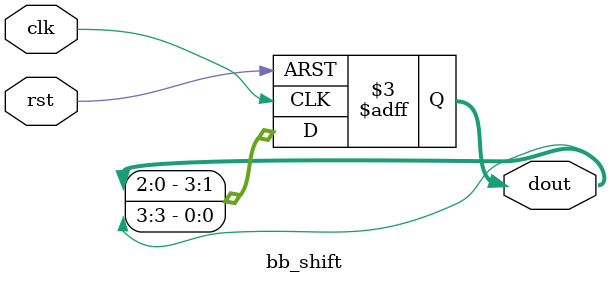
<source format=v>
module bb_shift(clk,rst,dout);
  input   clk;
  input   rst;
  output [3:0] dout;
  reg    [3:0] dout = 4'h1; // power-up value

  always @(posedge clk or posedge rst)
  begin
  if (rst)
    dout <= 4'h1; // asynchronous reset value
  else
    dout <= { dout[2:0], dout[3] };
  end

endmodule

</source>
